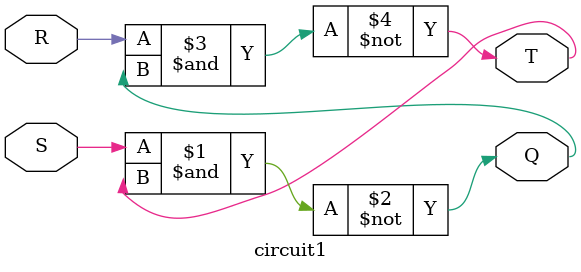
<source format=v>



// Data-Flow

module circuit1(S, R, Q, T);
  input     S, R;
  output    Q, T;
  nand      G1(Q, S, T);
  nand      G2(T, R, Q);
endmodule
  

</source>
